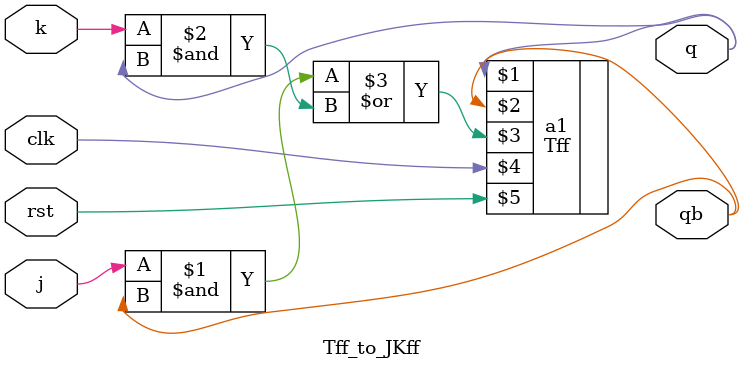
<source format=v>
`timescale 1ns / 1ps
module Tff_to_JKff(q,qb,j,k,clk,rst);
input j,k;
input clk,rst;
output wire q,qb;
Tff a1(q,qb,((j&qb)|(k&q)),clk,rst);
endmodule
</source>
